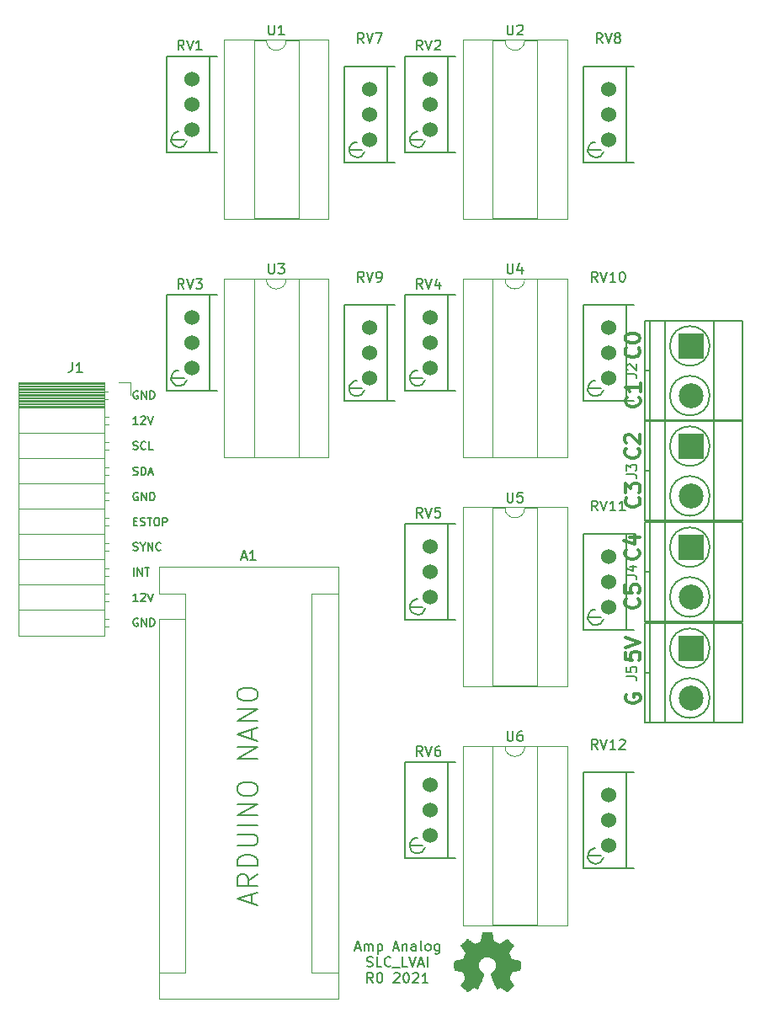
<source format=gbr>
%TF.GenerationSoftware,KiCad,Pcbnew,(6.0.4)*%
%TF.CreationDate,2023-07-24T12:45:13-04:00*%
%TF.ProjectId,BREAD_Slice,42524541-445f-4536-9c69-63652e6b6963,rev?*%
%TF.SameCoordinates,PX74eba40PY8552dc0*%
%TF.FileFunction,Legend,Top*%
%TF.FilePolarity,Positive*%
%FSLAX46Y46*%
G04 Gerber Fmt 4.6, Leading zero omitted, Abs format (unit mm)*
G04 Created by KiCad (PCBNEW (6.0.4)) date 2023-07-24 12:45:13*
%MOMM*%
%LPD*%
G01*
G04 APERTURE LIST*
%ADD10C,0.300000*%
%ADD11C,0.150000*%
%ADD12C,0.120000*%
%ADD13C,0.010000*%
%ADD14R,2.500000X2.500000*%
%ADD15C,2.500000*%
%ADD16C,1.524000*%
G04 APERTURE END LIST*
D10*
X59275714Y60800000D02*
X59347142Y60728572D01*
X59418571Y60514286D01*
X59418571Y60371429D01*
X59347142Y60157143D01*
X59204285Y60014286D01*
X59061428Y59942858D01*
X58775714Y59871429D01*
X58561428Y59871429D01*
X58275714Y59942858D01*
X58132857Y60014286D01*
X57990000Y60157143D01*
X57918571Y60371429D01*
X57918571Y60514286D01*
X57990000Y60728572D01*
X58061428Y60800000D01*
X59418571Y62228572D02*
X59418571Y61371429D01*
X59418571Y61800000D02*
X57918571Y61800000D01*
X58132857Y61657143D01*
X58275714Y61514286D01*
X58347142Y61371429D01*
X57908571Y35164286D02*
X57908571Y34450000D01*
X58622857Y34378572D01*
X58551428Y34450000D01*
X58480000Y34592858D01*
X58480000Y34950000D01*
X58551428Y35092858D01*
X58622857Y35164286D01*
X58765714Y35235715D01*
X59122857Y35235715D01*
X59265714Y35164286D01*
X59337142Y35092858D01*
X59408571Y34950000D01*
X59408571Y34592858D01*
X59337142Y34450000D01*
X59265714Y34378572D01*
X57908571Y35664286D02*
X59408571Y36164286D01*
X57908571Y36664286D01*
X58000000Y30892858D02*
X57928571Y30750000D01*
X57928571Y30535715D01*
X58000000Y30321429D01*
X58142857Y30178572D01*
X58285714Y30107143D01*
X58571428Y30035715D01*
X58785714Y30035715D01*
X59071428Y30107143D01*
X59214285Y30178572D01*
X59357142Y30321429D01*
X59428571Y30535715D01*
X59428571Y30678572D01*
X59357142Y30892858D01*
X59285714Y30964286D01*
X58785714Y30964286D01*
X58785714Y30678572D01*
D11*
X8471428Y42838096D02*
X8471428Y43638096D01*
X8852380Y42838096D02*
X8852380Y43638096D01*
X9309523Y42838096D01*
X9309523Y43638096D01*
X9576190Y43638096D02*
X10033333Y43638096D01*
X9804761Y42838096D02*
X9804761Y43638096D01*
X8890476Y38550000D02*
X8814285Y38588096D01*
X8700000Y38588096D01*
X8585714Y38550000D01*
X8509523Y38473810D01*
X8471428Y38397620D01*
X8433333Y38245239D01*
X8433333Y38130953D01*
X8471428Y37978572D01*
X8509523Y37902381D01*
X8585714Y37826191D01*
X8700000Y37788096D01*
X8776190Y37788096D01*
X8890476Y37826191D01*
X8928571Y37864286D01*
X8928571Y38130953D01*
X8776190Y38130953D01*
X9271428Y37788096D02*
X9271428Y38588096D01*
X9728571Y37788096D01*
X9728571Y38588096D01*
X10109523Y37788096D02*
X10109523Y38588096D01*
X10300000Y38588096D01*
X10414285Y38550000D01*
X10490476Y38473810D01*
X10528571Y38397620D01*
X10566666Y38245239D01*
X10566666Y38130953D01*
X10528571Y37978572D01*
X10490476Y37902381D01*
X10414285Y37826191D01*
X10300000Y37788096D01*
X10109523Y37788096D01*
X8890476Y40288096D02*
X8433334Y40288096D01*
X8661905Y40288096D02*
X8661905Y41088096D01*
X8585715Y40973810D01*
X8509524Y40897620D01*
X8433334Y40859524D01*
X9195238Y41011905D02*
X9233334Y41050000D01*
X9309524Y41088096D01*
X9500000Y41088096D01*
X9576191Y41050000D01*
X9614286Y41011905D01*
X9652381Y40935715D01*
X9652381Y40859524D01*
X9614286Y40745239D01*
X9157143Y40288096D01*
X9652381Y40288096D01*
X9880953Y41088096D02*
X10147619Y40288096D01*
X10414286Y41088096D01*
X8890476Y61400000D02*
X8814285Y61438096D01*
X8700000Y61438096D01*
X8585714Y61400000D01*
X8509523Y61323810D01*
X8471428Y61247620D01*
X8433333Y61095239D01*
X8433333Y60980953D01*
X8471428Y60828572D01*
X8509523Y60752381D01*
X8585714Y60676191D01*
X8700000Y60638096D01*
X8776190Y60638096D01*
X8890476Y60676191D01*
X8928571Y60714286D01*
X8928571Y60980953D01*
X8776190Y60980953D01*
X9271428Y60638096D02*
X9271428Y61438096D01*
X9728571Y60638096D01*
X9728571Y61438096D01*
X10109523Y60638096D02*
X10109523Y61438096D01*
X10300000Y61438096D01*
X10414285Y61400000D01*
X10490476Y61323810D01*
X10528571Y61247620D01*
X10566666Y61095239D01*
X10566666Y60980953D01*
X10528571Y60828572D01*
X10490476Y60752381D01*
X10414285Y60676191D01*
X10300000Y60638096D01*
X10109523Y60638096D01*
X8433334Y55576191D02*
X8547619Y55538096D01*
X8738095Y55538096D01*
X8814286Y55576191D01*
X8852381Y55614286D01*
X8890476Y55690477D01*
X8890476Y55766667D01*
X8852381Y55842858D01*
X8814286Y55880953D01*
X8738095Y55919048D01*
X8585715Y55957143D01*
X8509524Y55995239D01*
X8471429Y56033334D01*
X8433334Y56109524D01*
X8433334Y56185715D01*
X8471429Y56261905D01*
X8509524Y56300000D01*
X8585715Y56338096D01*
X8776191Y56338096D01*
X8890476Y56300000D01*
X9690476Y55614286D02*
X9652381Y55576191D01*
X9538095Y55538096D01*
X9461905Y55538096D01*
X9347619Y55576191D01*
X9271429Y55652381D01*
X9233334Y55728572D01*
X9195238Y55880953D01*
X9195238Y55995239D01*
X9233334Y56147620D01*
X9271429Y56223810D01*
X9347619Y56300000D01*
X9461905Y56338096D01*
X9538095Y56338096D01*
X9652381Y56300000D01*
X9690476Y56261905D01*
X10414286Y55538096D02*
X10033334Y55538096D01*
X10033334Y56338096D01*
X8433333Y45426191D02*
X8547619Y45388096D01*
X8738095Y45388096D01*
X8814286Y45426191D01*
X8852381Y45464286D01*
X8890476Y45540477D01*
X8890476Y45616667D01*
X8852381Y45692858D01*
X8814286Y45730953D01*
X8738095Y45769048D01*
X8585714Y45807143D01*
X8509524Y45845239D01*
X8471429Y45883334D01*
X8433333Y45959524D01*
X8433333Y46035715D01*
X8471429Y46111905D01*
X8509524Y46150000D01*
X8585714Y46188096D01*
X8776190Y46188096D01*
X8890476Y46150000D01*
X9385714Y45769048D02*
X9385714Y45388096D01*
X9119048Y46188096D02*
X9385714Y45769048D01*
X9652381Y46188096D01*
X9919048Y45388096D02*
X9919048Y46188096D01*
X10376190Y45388096D01*
X10376190Y46188096D01*
X11214286Y45464286D02*
X11176190Y45426191D01*
X11061905Y45388096D01*
X10985714Y45388096D01*
X10871429Y45426191D01*
X10795238Y45502381D01*
X10757143Y45578572D01*
X10719048Y45730953D01*
X10719048Y45845239D01*
X10757143Y45997620D01*
X10795238Y46073810D01*
X10871429Y46150000D01*
X10985714Y46188096D01*
X11061905Y46188096D01*
X11176190Y46150000D01*
X11214286Y46111905D01*
D10*
X59255714Y65750000D02*
X59327142Y65678572D01*
X59398571Y65464286D01*
X59398571Y65321429D01*
X59327142Y65107143D01*
X59184285Y64964286D01*
X59041428Y64892858D01*
X58755714Y64821429D01*
X58541428Y64821429D01*
X58255714Y64892858D01*
X58112857Y64964286D01*
X57970000Y65107143D01*
X57898571Y65321429D01*
X57898571Y65464286D01*
X57970000Y65678572D01*
X58041428Y65750000D01*
X57898571Y66678572D02*
X57898571Y66821429D01*
X57970000Y66964286D01*
X58041428Y67035715D01*
X58184285Y67107143D01*
X58470000Y67178572D01*
X58827142Y67178572D01*
X59112857Y67107143D01*
X59255714Y67035715D01*
X59327142Y66964286D01*
X59398571Y66821429D01*
X59398571Y66678572D01*
X59327142Y66535715D01*
X59255714Y66464286D01*
X59112857Y66392858D01*
X58827142Y66321429D01*
X58470000Y66321429D01*
X58184285Y66392858D01*
X58041428Y66464286D01*
X57970000Y66535715D01*
X57898571Y66678572D01*
X59245714Y55650000D02*
X59317142Y55578572D01*
X59388571Y55364286D01*
X59388571Y55221429D01*
X59317142Y55007143D01*
X59174285Y54864286D01*
X59031428Y54792858D01*
X58745714Y54721429D01*
X58531428Y54721429D01*
X58245714Y54792858D01*
X58102857Y54864286D01*
X57960000Y55007143D01*
X57888571Y55221429D01*
X57888571Y55364286D01*
X57960000Y55578572D01*
X58031428Y55650000D01*
X58031428Y56221429D02*
X57960000Y56292858D01*
X57888571Y56435715D01*
X57888571Y56792858D01*
X57960000Y56935715D01*
X58031428Y57007143D01*
X58174285Y57078572D01*
X58317142Y57078572D01*
X58531428Y57007143D01*
X59388571Y56150000D01*
X59388571Y57078572D01*
D11*
X8433333Y53026191D02*
X8547619Y52988096D01*
X8738095Y52988096D01*
X8814285Y53026191D01*
X8852381Y53064286D01*
X8890476Y53140477D01*
X8890476Y53216667D01*
X8852381Y53292858D01*
X8814285Y53330953D01*
X8738095Y53369048D01*
X8585714Y53407143D01*
X8509523Y53445239D01*
X8471428Y53483334D01*
X8433333Y53559524D01*
X8433333Y53635715D01*
X8471428Y53711905D01*
X8509523Y53750000D01*
X8585714Y53788096D01*
X8776190Y53788096D01*
X8890476Y53750000D01*
X9233333Y52988096D02*
X9233333Y53788096D01*
X9423809Y53788096D01*
X9538095Y53750000D01*
X9614285Y53673810D01*
X9652381Y53597620D01*
X9690476Y53445239D01*
X9690476Y53330953D01*
X9652381Y53178572D01*
X9614285Y53102381D01*
X9538095Y53026191D01*
X9423809Y52988096D01*
X9233333Y52988096D01*
X9995238Y53216667D02*
X10376190Y53216667D01*
X9919047Y52988096D02*
X10185714Y53788096D01*
X10452381Y52988096D01*
D10*
X59235714Y40530000D02*
X59307142Y40458572D01*
X59378571Y40244286D01*
X59378571Y40101429D01*
X59307142Y39887143D01*
X59164285Y39744286D01*
X59021428Y39672858D01*
X58735714Y39601429D01*
X58521428Y39601429D01*
X58235714Y39672858D01*
X58092857Y39744286D01*
X57950000Y39887143D01*
X57878571Y40101429D01*
X57878571Y40244286D01*
X57950000Y40458572D01*
X58021428Y40530000D01*
X57878571Y41887143D02*
X57878571Y41172858D01*
X58592857Y41101429D01*
X58521428Y41172858D01*
X58450000Y41315715D01*
X58450000Y41672858D01*
X58521428Y41815715D01*
X58592857Y41887143D01*
X58735714Y41958572D01*
X59092857Y41958572D01*
X59235714Y41887143D01*
X59307142Y41815715D01*
X59378571Y41672858D01*
X59378571Y41315715D01*
X59307142Y41172858D01*
X59235714Y41101429D01*
D11*
X20343333Y9892858D02*
X20343333Y10845239D01*
X20914761Y9702381D02*
X18914761Y10369048D01*
X20914761Y11035715D01*
X20914761Y12845239D02*
X19962380Y12178572D01*
X20914761Y11702381D02*
X18914761Y11702381D01*
X18914761Y12464286D01*
X19010000Y12654762D01*
X19105238Y12750000D01*
X19295714Y12845239D01*
X19581428Y12845239D01*
X19771904Y12750000D01*
X19867142Y12654762D01*
X19962380Y12464286D01*
X19962380Y11702381D01*
X20914761Y13702381D02*
X18914761Y13702381D01*
X18914761Y14178572D01*
X19010000Y14464286D01*
X19200476Y14654762D01*
X19390952Y14750000D01*
X19771904Y14845239D01*
X20057619Y14845239D01*
X20438571Y14750000D01*
X20629047Y14654762D01*
X20819523Y14464286D01*
X20914761Y14178572D01*
X20914761Y13702381D01*
X18914761Y15702381D02*
X20533809Y15702381D01*
X20724285Y15797620D01*
X20819523Y15892858D01*
X20914761Y16083334D01*
X20914761Y16464286D01*
X20819523Y16654762D01*
X20724285Y16750000D01*
X20533809Y16845239D01*
X18914761Y16845239D01*
X20914761Y17797620D02*
X18914761Y17797620D01*
X20914761Y18750000D02*
X18914761Y18750000D01*
X20914761Y19892858D01*
X18914761Y19892858D01*
X18914761Y21226191D02*
X18914761Y21607143D01*
X19010000Y21797620D01*
X19200476Y21988096D01*
X19581428Y22083334D01*
X20248095Y22083334D01*
X20629047Y21988096D01*
X20819523Y21797620D01*
X20914761Y21607143D01*
X20914761Y21226191D01*
X20819523Y21035715D01*
X20629047Y20845239D01*
X20248095Y20750000D01*
X19581428Y20750000D01*
X19200476Y20845239D01*
X19010000Y21035715D01*
X18914761Y21226191D01*
X20914761Y24464286D02*
X18914761Y24464286D01*
X20914761Y25607143D01*
X18914761Y25607143D01*
X20343333Y26464286D02*
X20343333Y27416667D01*
X20914761Y26273810D02*
X18914761Y26940477D01*
X20914761Y27607143D01*
X20914761Y28273810D02*
X18914761Y28273810D01*
X20914761Y29416667D01*
X18914761Y29416667D01*
X18914761Y30750000D02*
X18914761Y31130953D01*
X19010000Y31321429D01*
X19200476Y31511905D01*
X19581428Y31607143D01*
X20248095Y31607143D01*
X20629047Y31511905D01*
X20819523Y31321429D01*
X20914761Y31130953D01*
X20914761Y30750000D01*
X20819523Y30559524D01*
X20629047Y30369048D01*
X20248095Y30273810D01*
X19581428Y30273810D01*
X19200476Y30369048D01*
X19010000Y30559524D01*
X18914761Y30750000D01*
X30761903Y5443334D02*
X31238094Y5443334D01*
X30666665Y5157620D02*
X30999999Y6157620D01*
X31333332Y5157620D01*
X31666665Y5157620D02*
X31666665Y5824286D01*
X31666665Y5729048D02*
X31714284Y5776667D01*
X31809522Y5824286D01*
X31952379Y5824286D01*
X32047618Y5776667D01*
X32095237Y5681429D01*
X32095237Y5157620D01*
X32095237Y5681429D02*
X32142856Y5776667D01*
X32238094Y5824286D01*
X32380951Y5824286D01*
X32476189Y5776667D01*
X32523808Y5681429D01*
X32523808Y5157620D01*
X32999999Y5824286D02*
X32999999Y4824286D01*
X32999999Y5776667D02*
X33095237Y5824286D01*
X33285713Y5824286D01*
X33380951Y5776667D01*
X33428570Y5729048D01*
X33476189Y5633810D01*
X33476189Y5348096D01*
X33428570Y5252858D01*
X33380951Y5205239D01*
X33285713Y5157620D01*
X33095237Y5157620D01*
X32999999Y5205239D01*
X34619046Y5443334D02*
X35095237Y5443334D01*
X34523808Y5157620D02*
X34857141Y6157620D01*
X35190475Y5157620D01*
X35523808Y5824286D02*
X35523808Y5157620D01*
X35523808Y5729048D02*
X35571427Y5776667D01*
X35666665Y5824286D01*
X35809522Y5824286D01*
X35904760Y5776667D01*
X35952379Y5681429D01*
X35952379Y5157620D01*
X36857141Y5157620D02*
X36857141Y5681429D01*
X36809522Y5776667D01*
X36714284Y5824286D01*
X36523808Y5824286D01*
X36428570Y5776667D01*
X36857141Y5205239D02*
X36761903Y5157620D01*
X36523808Y5157620D01*
X36428570Y5205239D01*
X36380951Y5300477D01*
X36380951Y5395715D01*
X36428570Y5490953D01*
X36523808Y5538572D01*
X36761903Y5538572D01*
X36857141Y5586191D01*
X37476189Y5157620D02*
X37380951Y5205239D01*
X37333332Y5300477D01*
X37333332Y6157620D01*
X37999999Y5157620D02*
X37904760Y5205239D01*
X37857141Y5252858D01*
X37809522Y5348096D01*
X37809522Y5633810D01*
X37857141Y5729048D01*
X37904760Y5776667D01*
X37999999Y5824286D01*
X38142856Y5824286D01*
X38238094Y5776667D01*
X38285713Y5729048D01*
X38333332Y5633810D01*
X38333332Y5348096D01*
X38285713Y5252858D01*
X38238094Y5205239D01*
X38142856Y5157620D01*
X37999999Y5157620D01*
X39190475Y5824286D02*
X39190475Y5014762D01*
X39142856Y4919524D01*
X39095237Y4871905D01*
X38999999Y4824286D01*
X38857141Y4824286D01*
X38761903Y4871905D01*
X39190475Y5205239D02*
X39095237Y5157620D01*
X38904760Y5157620D01*
X38809522Y5205239D01*
X38761903Y5252858D01*
X38714284Y5348096D01*
X38714284Y5633810D01*
X38761903Y5729048D01*
X38809522Y5776667D01*
X38904760Y5824286D01*
X39095237Y5824286D01*
X39190475Y5776667D01*
X31928570Y3595239D02*
X32071427Y3547620D01*
X32309522Y3547620D01*
X32404760Y3595239D01*
X32452379Y3642858D01*
X32499999Y3738096D01*
X32499999Y3833334D01*
X32452379Y3928572D01*
X32404760Y3976191D01*
X32309522Y4023810D01*
X32119046Y4071429D01*
X32023808Y4119048D01*
X31976189Y4166667D01*
X31928570Y4261905D01*
X31928570Y4357143D01*
X31976189Y4452381D01*
X32023808Y4500000D01*
X32119046Y4547620D01*
X32357141Y4547620D01*
X32499999Y4500000D01*
X33404760Y3547620D02*
X32928570Y3547620D01*
X32928570Y4547620D01*
X34309522Y3642858D02*
X34261903Y3595239D01*
X34119046Y3547620D01*
X34023808Y3547620D01*
X33880951Y3595239D01*
X33785713Y3690477D01*
X33738094Y3785715D01*
X33690475Y3976191D01*
X33690475Y4119048D01*
X33738094Y4309524D01*
X33785713Y4404762D01*
X33880951Y4500000D01*
X34023808Y4547620D01*
X34119046Y4547620D01*
X34261903Y4500000D01*
X34309522Y4452381D01*
X34499999Y3452381D02*
X35261903Y3452381D01*
X35976189Y3547620D02*
X35499999Y3547620D01*
X35499999Y4547620D01*
X36166665Y4547620D02*
X36499999Y3547620D01*
X36833332Y4547620D01*
X37119046Y3833334D02*
X37595237Y3833334D01*
X37023808Y3547620D02*
X37357141Y4547620D01*
X37690475Y3547620D01*
X38023808Y3547620D02*
X38023808Y4547620D01*
X32547618Y1937620D02*
X32214284Y2413810D01*
X31976189Y1937620D02*
X31976189Y2937620D01*
X32357141Y2937620D01*
X32452379Y2890000D01*
X32499999Y2842381D01*
X32547618Y2747143D01*
X32547618Y2604286D01*
X32499999Y2509048D01*
X32452379Y2461429D01*
X32357141Y2413810D01*
X31976189Y2413810D01*
X33166665Y2937620D02*
X33261903Y2937620D01*
X33357141Y2890000D01*
X33404760Y2842381D01*
X33452379Y2747143D01*
X33499999Y2556667D01*
X33499999Y2318572D01*
X33452379Y2128096D01*
X33404760Y2032858D01*
X33357141Y1985239D01*
X33261903Y1937620D01*
X33166665Y1937620D01*
X33071427Y1985239D01*
X33023808Y2032858D01*
X32976189Y2128096D01*
X32928570Y2318572D01*
X32928570Y2556667D01*
X32976189Y2747143D01*
X33023808Y2842381D01*
X33071427Y2890000D01*
X33166665Y2937620D01*
X34642856Y2842381D02*
X34690475Y2890000D01*
X34785713Y2937620D01*
X35023808Y2937620D01*
X35119046Y2890000D01*
X35166665Y2842381D01*
X35214284Y2747143D01*
X35214284Y2651905D01*
X35166665Y2509048D01*
X34595237Y1937620D01*
X35214284Y1937620D01*
X35833332Y2937620D02*
X35928570Y2937620D01*
X36023808Y2890000D01*
X36071427Y2842381D01*
X36119046Y2747143D01*
X36166665Y2556667D01*
X36166665Y2318572D01*
X36119046Y2128096D01*
X36071427Y2032858D01*
X36023808Y1985239D01*
X35928570Y1937620D01*
X35833332Y1937620D01*
X35738094Y1985239D01*
X35690475Y2032858D01*
X35642856Y2128096D01*
X35595237Y2318572D01*
X35595237Y2556667D01*
X35642856Y2747143D01*
X35690475Y2842381D01*
X35738094Y2890000D01*
X35833332Y2937620D01*
X36547618Y2842381D02*
X36595237Y2890000D01*
X36690475Y2937620D01*
X36928570Y2937620D01*
X37023808Y2890000D01*
X37071427Y2842381D01*
X37119046Y2747143D01*
X37119046Y2651905D01*
X37071427Y2509048D01*
X36499999Y1937620D01*
X37119046Y1937620D01*
X38071427Y1937620D02*
X37499999Y1937620D01*
X37785713Y1937620D02*
X37785713Y2937620D01*
X37690475Y2794762D01*
X37595237Y2699524D01*
X37499999Y2651905D01*
X8471428Y48307143D02*
X8738095Y48307143D01*
X8852380Y47888096D02*
X8471428Y47888096D01*
X8471428Y48688096D01*
X8852380Y48688096D01*
X9157142Y47926191D02*
X9271428Y47888096D01*
X9461904Y47888096D01*
X9538095Y47926191D01*
X9576190Y47964286D01*
X9614285Y48040477D01*
X9614285Y48116667D01*
X9576190Y48192858D01*
X9538095Y48230953D01*
X9461904Y48269048D01*
X9309523Y48307143D01*
X9233333Y48345239D01*
X9195238Y48383334D01*
X9157142Y48459524D01*
X9157142Y48535715D01*
X9195238Y48611905D01*
X9233333Y48650000D01*
X9309523Y48688096D01*
X9499999Y48688096D01*
X9614285Y48650000D01*
X9842857Y48688096D02*
X10299999Y48688096D01*
X10071428Y47888096D02*
X10071428Y48688096D01*
X10719047Y48688096D02*
X10871428Y48688096D01*
X10947619Y48650000D01*
X11023809Y48573810D01*
X11061904Y48421429D01*
X11061904Y48154762D01*
X11023809Y48002381D01*
X10947619Y47926191D01*
X10871428Y47888096D01*
X10719047Y47888096D01*
X10642857Y47926191D01*
X10566666Y48002381D01*
X10528571Y48154762D01*
X10528571Y48421429D01*
X10566666Y48573810D01*
X10642857Y48650000D01*
X10719047Y48688096D01*
X11404761Y47888096D02*
X11404761Y48688096D01*
X11709523Y48688096D01*
X11785714Y48650000D01*
X11823809Y48611905D01*
X11861904Y48535715D01*
X11861904Y48421429D01*
X11823809Y48345239D01*
X11785714Y48307143D01*
X11709523Y48269048D01*
X11404761Y48269048D01*
D10*
X59265714Y50700000D02*
X59337142Y50628572D01*
X59408571Y50414286D01*
X59408571Y50271429D01*
X59337142Y50057143D01*
X59194285Y49914286D01*
X59051428Y49842858D01*
X58765714Y49771429D01*
X58551428Y49771429D01*
X58265714Y49842858D01*
X58122857Y49914286D01*
X57980000Y50057143D01*
X57908571Y50271429D01*
X57908571Y50414286D01*
X57980000Y50628572D01*
X58051428Y50700000D01*
X57908571Y51200000D02*
X57908571Y52128572D01*
X58480000Y51628572D01*
X58480000Y51842858D01*
X58551428Y51985715D01*
X58622857Y52057143D01*
X58765714Y52128572D01*
X59122857Y52128572D01*
X59265714Y52057143D01*
X59337142Y51985715D01*
X59408571Y51842858D01*
X59408571Y51414286D01*
X59337142Y51271429D01*
X59265714Y51200000D01*
X59215714Y45480000D02*
X59287142Y45408572D01*
X59358571Y45194286D01*
X59358571Y45051429D01*
X59287142Y44837143D01*
X59144285Y44694286D01*
X59001428Y44622858D01*
X58715714Y44551429D01*
X58501428Y44551429D01*
X58215714Y44622858D01*
X58072857Y44694286D01*
X57930000Y44837143D01*
X57858571Y45051429D01*
X57858571Y45194286D01*
X57930000Y45408572D01*
X58001428Y45480000D01*
X58358571Y46765715D02*
X59358571Y46765715D01*
X57787142Y46408572D02*
X58858571Y46051429D01*
X58858571Y46980000D01*
D11*
X8890476Y51200000D02*
X8814285Y51238096D01*
X8700000Y51238096D01*
X8585714Y51200000D01*
X8509523Y51123810D01*
X8471428Y51047620D01*
X8433333Y50895239D01*
X8433333Y50780953D01*
X8471428Y50628572D01*
X8509523Y50552381D01*
X8585714Y50476191D01*
X8700000Y50438096D01*
X8776190Y50438096D01*
X8890476Y50476191D01*
X8928571Y50514286D01*
X8928571Y50780953D01*
X8776190Y50780953D01*
X9271428Y50438096D02*
X9271428Y51238096D01*
X9728571Y50438096D01*
X9728571Y51238096D01*
X10109523Y50438096D02*
X10109523Y51238096D01*
X10300000Y51238096D01*
X10414285Y51200000D01*
X10490476Y51123810D01*
X10528571Y51047620D01*
X10566666Y50895239D01*
X10566666Y50780953D01*
X10528571Y50628572D01*
X10490476Y50552381D01*
X10414285Y50476191D01*
X10300000Y50438096D01*
X10109523Y50438096D01*
X8890476Y58088096D02*
X8433334Y58088096D01*
X8661905Y58088096D02*
X8661905Y58888096D01*
X8585715Y58773810D01*
X8509524Y58697620D01*
X8433334Y58659524D01*
X9195238Y58811905D02*
X9233334Y58850000D01*
X9309524Y58888096D01*
X9500000Y58888096D01*
X9576191Y58850000D01*
X9614286Y58811905D01*
X9652381Y58735715D01*
X9652381Y58659524D01*
X9614286Y58545239D01*
X9157143Y58088096D01*
X9652381Y58088096D01*
X9880953Y58888096D02*
X10147619Y58088096D01*
X10414286Y58888096D01*
%TO.C,A1*%
X19305714Y44713334D02*
X19781904Y44713334D01*
X19210476Y44427620D02*
X19543809Y45427620D01*
X19877142Y44427620D01*
X20734285Y44427620D02*
X20162857Y44427620D01*
X20448571Y44427620D02*
X20448571Y45427620D01*
X20353333Y45284762D01*
X20258095Y45189524D01*
X20162857Y45141905D01*
%TO.C,J1*%
X2286666Y64317620D02*
X2286666Y63603334D01*
X2239047Y63460477D01*
X2143809Y63365239D01*
X2000952Y63317620D01*
X1905714Y63317620D01*
X3286666Y63317620D02*
X2715238Y63317620D01*
X3000952Y63317620D02*
X3000952Y64317620D01*
X2905714Y64174762D01*
X2810476Y64079524D01*
X2715238Y64031905D01*
%TO.C,J2*%
X58052380Y63126667D02*
X58766666Y63126667D01*
X58909523Y63079048D01*
X59004761Y62983810D01*
X59052380Y62840953D01*
X59052380Y62745715D01*
X58147619Y63555239D02*
X58100000Y63602858D01*
X58052380Y63698096D01*
X58052380Y63936191D01*
X58100000Y64031429D01*
X58147619Y64079048D01*
X58242857Y64126667D01*
X58338095Y64126667D01*
X58480952Y64079048D01*
X59052380Y63507620D01*
X59052380Y64126667D01*
%TO.C,J3*%
X58052380Y53046667D02*
X58766666Y53046667D01*
X58909523Y52999048D01*
X59004761Y52903810D01*
X59052380Y52760953D01*
X59052380Y52665715D01*
X58052380Y53427620D02*
X58052380Y54046667D01*
X58433333Y53713334D01*
X58433333Y53856191D01*
X58480952Y53951429D01*
X58528571Y53999048D01*
X58623809Y54046667D01*
X58861904Y54046667D01*
X58957142Y53999048D01*
X59004761Y53951429D01*
X59052380Y53856191D01*
X59052380Y53570477D01*
X59004761Y53475239D01*
X58957142Y53427620D01*
%TO.C,J4*%
X58052380Y42886667D02*
X58766666Y42886667D01*
X58909523Y42839048D01*
X59004761Y42743810D01*
X59052380Y42600953D01*
X59052380Y42505715D01*
X58385714Y43791429D02*
X59052380Y43791429D01*
X58004761Y43553334D02*
X58719047Y43315239D01*
X58719047Y43934286D01*
%TO.C,J5*%
X58052380Y32726667D02*
X58766666Y32726667D01*
X58909523Y32679048D01*
X59004761Y32583810D01*
X59052380Y32440953D01*
X59052380Y32345715D01*
X58052380Y33679048D02*
X58052380Y33202858D01*
X58528571Y33155239D01*
X58480952Y33202858D01*
X58433333Y33298096D01*
X58433333Y33536191D01*
X58480952Y33631429D01*
X58528571Y33679048D01*
X58623809Y33726667D01*
X58861904Y33726667D01*
X58957142Y33679048D01*
X59004761Y33631429D01*
X59052380Y33536191D01*
X59052380Y33298096D01*
X59004761Y33202858D01*
X58957142Y33155239D01*
%TO.C,RV1*%
X13524761Y95707620D02*
X13191428Y96183810D01*
X12953333Y95707620D02*
X12953333Y96707620D01*
X13334285Y96707620D01*
X13429523Y96660000D01*
X13477142Y96612381D01*
X13524761Y96517143D01*
X13524761Y96374286D01*
X13477142Y96279048D01*
X13429523Y96231429D01*
X13334285Y96183810D01*
X12953333Y96183810D01*
X13810476Y96707620D02*
X14143809Y95707620D01*
X14477142Y96707620D01*
X15334285Y95707620D02*
X14762857Y95707620D01*
X15048571Y95707620D02*
X15048571Y96707620D01*
X14953333Y96564762D01*
X14858095Y96469524D01*
X14762857Y96421905D01*
%TO.C,RV7*%
X31614761Y96407620D02*
X31281428Y96883810D01*
X31043333Y96407620D02*
X31043333Y97407620D01*
X31424285Y97407620D01*
X31519523Y97360000D01*
X31567142Y97312381D01*
X31614761Y97217143D01*
X31614761Y97074286D01*
X31567142Y96979048D01*
X31519523Y96931429D01*
X31424285Y96883810D01*
X31043333Y96883810D01*
X31900476Y97407620D02*
X32233809Y96407620D01*
X32567142Y97407620D01*
X32805238Y97407620D02*
X33471904Y97407620D01*
X33043333Y96407620D01*
%TO.C,U1*%
X22048095Y98237620D02*
X22048095Y97428096D01*
X22095714Y97332858D01*
X22143333Y97285239D01*
X22238571Y97237620D01*
X22429047Y97237620D01*
X22524285Y97285239D01*
X22571904Y97332858D01*
X22619523Y97428096D01*
X22619523Y98237620D01*
X23619523Y97237620D02*
X23048095Y97237620D01*
X23333809Y97237620D02*
X23333809Y98237620D01*
X23238571Y98094762D01*
X23143333Y97999524D01*
X23048095Y97951905D01*
%TO.C,RV2*%
X37524761Y95707620D02*
X37191428Y96183810D01*
X36953333Y95707620D02*
X36953333Y96707620D01*
X37334285Y96707620D01*
X37429523Y96660000D01*
X37477142Y96612381D01*
X37524761Y96517143D01*
X37524761Y96374286D01*
X37477142Y96279048D01*
X37429523Y96231429D01*
X37334285Y96183810D01*
X36953333Y96183810D01*
X37810476Y96707620D02*
X38143809Y95707620D01*
X38477142Y96707620D01*
X38762857Y96612381D02*
X38810476Y96660000D01*
X38905714Y96707620D01*
X39143809Y96707620D01*
X39239047Y96660000D01*
X39286666Y96612381D01*
X39334285Y96517143D01*
X39334285Y96421905D01*
X39286666Y96279048D01*
X38715238Y95707620D01*
X39334285Y95707620D01*
%TO.C,RV8*%
X55614761Y96407620D02*
X55281428Y96883810D01*
X55043333Y96407620D02*
X55043333Y97407620D01*
X55424285Y97407620D01*
X55519523Y97360000D01*
X55567142Y97312381D01*
X55614761Y97217143D01*
X55614761Y97074286D01*
X55567142Y96979048D01*
X55519523Y96931429D01*
X55424285Y96883810D01*
X55043333Y96883810D01*
X55900476Y97407620D02*
X56233809Y96407620D01*
X56567142Y97407620D01*
X57043333Y96979048D02*
X56948095Y97026667D01*
X56900476Y97074286D01*
X56852857Y97169524D01*
X56852857Y97217143D01*
X56900476Y97312381D01*
X56948095Y97360000D01*
X57043333Y97407620D01*
X57233809Y97407620D01*
X57329047Y97360000D01*
X57376666Y97312381D01*
X57424285Y97217143D01*
X57424285Y97169524D01*
X57376666Y97074286D01*
X57329047Y97026667D01*
X57233809Y96979048D01*
X57043333Y96979048D01*
X56948095Y96931429D01*
X56900476Y96883810D01*
X56852857Y96788572D01*
X56852857Y96598096D01*
X56900476Y96502858D01*
X56948095Y96455239D01*
X57043333Y96407620D01*
X57233809Y96407620D01*
X57329047Y96455239D01*
X57376666Y96502858D01*
X57424285Y96598096D01*
X57424285Y96788572D01*
X57376666Y96883810D01*
X57329047Y96931429D01*
X57233809Y96979048D01*
%TO.C,U2*%
X46048095Y98237620D02*
X46048095Y97428096D01*
X46095714Y97332858D01*
X46143333Y97285239D01*
X46238571Y97237620D01*
X46429047Y97237620D01*
X46524285Y97285239D01*
X46571904Y97332858D01*
X46619523Y97428096D01*
X46619523Y98237620D01*
X47048095Y98142381D02*
X47095714Y98190000D01*
X47190952Y98237620D01*
X47429047Y98237620D01*
X47524285Y98190000D01*
X47571904Y98142381D01*
X47619523Y98047143D01*
X47619523Y97951905D01*
X47571904Y97809048D01*
X47000476Y97237620D01*
X47619523Y97237620D01*
%TO.C,RV3*%
X13524761Y71707620D02*
X13191428Y72183810D01*
X12953333Y71707620D02*
X12953333Y72707620D01*
X13334285Y72707620D01*
X13429523Y72660000D01*
X13477142Y72612381D01*
X13524761Y72517143D01*
X13524761Y72374286D01*
X13477142Y72279048D01*
X13429523Y72231429D01*
X13334285Y72183810D01*
X12953333Y72183810D01*
X13810476Y72707620D02*
X14143809Y71707620D01*
X14477142Y72707620D01*
X14715238Y72707620D02*
X15334285Y72707620D01*
X15000952Y72326667D01*
X15143809Y72326667D01*
X15239047Y72279048D01*
X15286666Y72231429D01*
X15334285Y72136191D01*
X15334285Y71898096D01*
X15286666Y71802858D01*
X15239047Y71755239D01*
X15143809Y71707620D01*
X14858095Y71707620D01*
X14762857Y71755239D01*
X14715238Y71802858D01*
%TO.C,RV9*%
X31614761Y72407620D02*
X31281428Y72883810D01*
X31043333Y72407620D02*
X31043333Y73407620D01*
X31424285Y73407620D01*
X31519523Y73360000D01*
X31567142Y73312381D01*
X31614761Y73217143D01*
X31614761Y73074286D01*
X31567142Y72979048D01*
X31519523Y72931429D01*
X31424285Y72883810D01*
X31043333Y72883810D01*
X31900476Y73407620D02*
X32233809Y72407620D01*
X32567142Y73407620D01*
X32948095Y72407620D02*
X33138571Y72407620D01*
X33233809Y72455239D01*
X33281428Y72502858D01*
X33376666Y72645715D01*
X33424285Y72836191D01*
X33424285Y73217143D01*
X33376666Y73312381D01*
X33329047Y73360000D01*
X33233809Y73407620D01*
X33043333Y73407620D01*
X32948095Y73360000D01*
X32900476Y73312381D01*
X32852857Y73217143D01*
X32852857Y72979048D01*
X32900476Y72883810D01*
X32948095Y72836191D01*
X33043333Y72788572D01*
X33233809Y72788572D01*
X33329047Y72836191D01*
X33376666Y72883810D01*
X33424285Y72979048D01*
%TO.C,U3*%
X22048095Y74237620D02*
X22048095Y73428096D01*
X22095714Y73332858D01*
X22143333Y73285239D01*
X22238571Y73237620D01*
X22429047Y73237620D01*
X22524285Y73285239D01*
X22571904Y73332858D01*
X22619523Y73428096D01*
X22619523Y74237620D01*
X23000476Y74237620D02*
X23619523Y74237620D01*
X23286190Y73856667D01*
X23429047Y73856667D01*
X23524285Y73809048D01*
X23571904Y73761429D01*
X23619523Y73666191D01*
X23619523Y73428096D01*
X23571904Y73332858D01*
X23524285Y73285239D01*
X23429047Y73237620D01*
X23143333Y73237620D01*
X23048095Y73285239D01*
X23000476Y73332858D01*
%TO.C,RV4*%
X37524761Y71707620D02*
X37191428Y72183810D01*
X36953333Y71707620D02*
X36953333Y72707620D01*
X37334285Y72707620D01*
X37429523Y72660000D01*
X37477142Y72612381D01*
X37524761Y72517143D01*
X37524761Y72374286D01*
X37477142Y72279048D01*
X37429523Y72231429D01*
X37334285Y72183810D01*
X36953333Y72183810D01*
X37810476Y72707620D02*
X38143809Y71707620D01*
X38477142Y72707620D01*
X39239047Y72374286D02*
X39239047Y71707620D01*
X39000952Y72755239D02*
X38762857Y72040953D01*
X39381904Y72040953D01*
%TO.C,RV10*%
X55138571Y72407620D02*
X54805238Y72883810D01*
X54567142Y72407620D02*
X54567142Y73407620D01*
X54948095Y73407620D01*
X55043333Y73360000D01*
X55090952Y73312381D01*
X55138571Y73217143D01*
X55138571Y73074286D01*
X55090952Y72979048D01*
X55043333Y72931429D01*
X54948095Y72883810D01*
X54567142Y72883810D01*
X55424285Y73407620D02*
X55757619Y72407620D01*
X56090952Y73407620D01*
X56948095Y72407620D02*
X56376666Y72407620D01*
X56662380Y72407620D02*
X56662380Y73407620D01*
X56567142Y73264762D01*
X56471904Y73169524D01*
X56376666Y73121905D01*
X57567142Y73407620D02*
X57662380Y73407620D01*
X57757619Y73360000D01*
X57805238Y73312381D01*
X57852857Y73217143D01*
X57900476Y73026667D01*
X57900476Y72788572D01*
X57852857Y72598096D01*
X57805238Y72502858D01*
X57757619Y72455239D01*
X57662380Y72407620D01*
X57567142Y72407620D01*
X57471904Y72455239D01*
X57424285Y72502858D01*
X57376666Y72598096D01*
X57329047Y72788572D01*
X57329047Y73026667D01*
X57376666Y73217143D01*
X57424285Y73312381D01*
X57471904Y73360000D01*
X57567142Y73407620D01*
%TO.C,U4*%
X46048095Y74237620D02*
X46048095Y73428096D01*
X46095714Y73332858D01*
X46143333Y73285239D01*
X46238571Y73237620D01*
X46429047Y73237620D01*
X46524285Y73285239D01*
X46571904Y73332858D01*
X46619523Y73428096D01*
X46619523Y74237620D01*
X47524285Y73904286D02*
X47524285Y73237620D01*
X47286190Y74285239D02*
X47048095Y73570953D01*
X47667142Y73570953D01*
%TO.C,RV5*%
X37524761Y48707620D02*
X37191428Y49183810D01*
X36953333Y48707620D02*
X36953333Y49707620D01*
X37334285Y49707620D01*
X37429523Y49660000D01*
X37477142Y49612381D01*
X37524761Y49517143D01*
X37524761Y49374286D01*
X37477142Y49279048D01*
X37429523Y49231429D01*
X37334285Y49183810D01*
X36953333Y49183810D01*
X37810476Y49707620D02*
X38143809Y48707620D01*
X38477142Y49707620D01*
X39286666Y49707620D02*
X38810476Y49707620D01*
X38762857Y49231429D01*
X38810476Y49279048D01*
X38905714Y49326667D01*
X39143809Y49326667D01*
X39239047Y49279048D01*
X39286666Y49231429D01*
X39334285Y49136191D01*
X39334285Y48898096D01*
X39286666Y48802858D01*
X39239047Y48755239D01*
X39143809Y48707620D01*
X38905714Y48707620D01*
X38810476Y48755239D01*
X38762857Y48802858D01*
%TO.C,RV11*%
X55138571Y49407620D02*
X54805238Y49883810D01*
X54567142Y49407620D02*
X54567142Y50407620D01*
X54948095Y50407620D01*
X55043333Y50360000D01*
X55090952Y50312381D01*
X55138571Y50217143D01*
X55138571Y50074286D01*
X55090952Y49979048D01*
X55043333Y49931429D01*
X54948095Y49883810D01*
X54567142Y49883810D01*
X55424285Y50407620D02*
X55757619Y49407620D01*
X56090952Y50407620D01*
X56948095Y49407620D02*
X56376666Y49407620D01*
X56662380Y49407620D02*
X56662380Y50407620D01*
X56567142Y50264762D01*
X56471904Y50169524D01*
X56376666Y50121905D01*
X57900476Y49407620D02*
X57329047Y49407620D01*
X57614761Y49407620D02*
X57614761Y50407620D01*
X57519523Y50264762D01*
X57424285Y50169524D01*
X57329047Y50121905D01*
%TO.C,U5*%
X46048095Y51237620D02*
X46048095Y50428096D01*
X46095714Y50332858D01*
X46143333Y50285239D01*
X46238571Y50237620D01*
X46429047Y50237620D01*
X46524285Y50285239D01*
X46571904Y50332858D01*
X46619523Y50428096D01*
X46619523Y51237620D01*
X47571904Y51237620D02*
X47095714Y51237620D01*
X47048095Y50761429D01*
X47095714Y50809048D01*
X47190952Y50856667D01*
X47429047Y50856667D01*
X47524285Y50809048D01*
X47571904Y50761429D01*
X47619523Y50666191D01*
X47619523Y50428096D01*
X47571904Y50332858D01*
X47524285Y50285239D01*
X47429047Y50237620D01*
X47190952Y50237620D01*
X47095714Y50285239D01*
X47048095Y50332858D01*
%TO.C,RV6*%
X37524761Y24707620D02*
X37191428Y25183810D01*
X36953333Y24707620D02*
X36953333Y25707620D01*
X37334285Y25707620D01*
X37429523Y25660000D01*
X37477142Y25612381D01*
X37524761Y25517143D01*
X37524761Y25374286D01*
X37477142Y25279048D01*
X37429523Y25231429D01*
X37334285Y25183810D01*
X36953333Y25183810D01*
X37810476Y25707620D02*
X38143809Y24707620D01*
X38477142Y25707620D01*
X39239047Y25707620D02*
X39048571Y25707620D01*
X38953333Y25660000D01*
X38905714Y25612381D01*
X38810476Y25469524D01*
X38762857Y25279048D01*
X38762857Y24898096D01*
X38810476Y24802858D01*
X38858095Y24755239D01*
X38953333Y24707620D01*
X39143809Y24707620D01*
X39239047Y24755239D01*
X39286666Y24802858D01*
X39334285Y24898096D01*
X39334285Y25136191D01*
X39286666Y25231429D01*
X39239047Y25279048D01*
X39143809Y25326667D01*
X38953333Y25326667D01*
X38858095Y25279048D01*
X38810476Y25231429D01*
X38762857Y25136191D01*
%TO.C,RV12*%
X55138571Y25407620D02*
X54805238Y25883810D01*
X54567142Y25407620D02*
X54567142Y26407620D01*
X54948095Y26407620D01*
X55043333Y26360000D01*
X55090952Y26312381D01*
X55138571Y26217143D01*
X55138571Y26074286D01*
X55090952Y25979048D01*
X55043333Y25931429D01*
X54948095Y25883810D01*
X54567142Y25883810D01*
X55424285Y26407620D02*
X55757619Y25407620D01*
X56090952Y26407620D01*
X56948095Y25407620D02*
X56376666Y25407620D01*
X56662380Y25407620D02*
X56662380Y26407620D01*
X56567142Y26264762D01*
X56471904Y26169524D01*
X56376666Y26121905D01*
X57329047Y26312381D02*
X57376666Y26360000D01*
X57471904Y26407620D01*
X57710000Y26407620D01*
X57805238Y26360000D01*
X57852857Y26312381D01*
X57900476Y26217143D01*
X57900476Y26121905D01*
X57852857Y25979048D01*
X57281428Y25407620D01*
X57900476Y25407620D01*
%TO.C,U6*%
X46048095Y27237620D02*
X46048095Y26428096D01*
X46095714Y26332858D01*
X46143333Y26285239D01*
X46238571Y26237620D01*
X46429047Y26237620D01*
X46524285Y26285239D01*
X46571904Y26332858D01*
X46619523Y26428096D01*
X46619523Y27237620D01*
X47524285Y27237620D02*
X47333809Y27237620D01*
X47238571Y27190000D01*
X47190952Y27142381D01*
X47095714Y26999524D01*
X47048095Y26809048D01*
X47048095Y26428096D01*
X47095714Y26332858D01*
X47143333Y26285239D01*
X47238571Y26237620D01*
X47429047Y26237620D01*
X47524285Y26285239D01*
X47571904Y26332858D01*
X47619523Y26428096D01*
X47619523Y26666191D01*
X47571904Y26761429D01*
X47524285Y26809048D01*
X47429047Y26856667D01*
X47238571Y26856667D01*
X47143333Y26809048D01*
X47095714Y26761429D01*
X47048095Y26666191D01*
D12*
%TO.C,A1*%
X13670000Y41070000D02*
X11000000Y41070000D01*
X26370000Y41070000D02*
X29040000Y41070000D01*
X13670000Y38530000D02*
X11000000Y38530000D01*
X26370000Y41070000D02*
X26370000Y2970000D01*
X29040000Y43740000D02*
X11000000Y43740000D01*
X11000000Y43740000D02*
X11000000Y41070000D01*
X11000000Y300000D02*
X29040000Y300000D01*
X29040000Y300000D02*
X29040000Y43740000D01*
X26370000Y2970000D02*
X29040000Y2970000D01*
X11000000Y38530000D02*
X11000000Y300000D01*
X13670000Y38530000D02*
X13670000Y2970000D01*
X13670000Y2970000D02*
X11000000Y2970000D01*
X13670000Y38530000D02*
X13670000Y41070000D01*
%TO.C,J1*%
X5540000Y50480000D02*
X5950000Y50480000D01*
X5540000Y62330000D02*
X5540000Y36810000D01*
X5540000Y51200000D02*
X5950000Y51200000D01*
X-3090000Y47030000D02*
X5540000Y47030000D01*
X-3090000Y61973810D02*
X5540000Y61973810D01*
X-3090000Y61029050D02*
X5540000Y61029050D01*
X8110000Y62330000D02*
X8110000Y61000000D01*
X-3090000Y59848100D02*
X5540000Y59848100D01*
X-3090000Y59730000D02*
X5540000Y59730000D01*
X5540000Y46120000D02*
X5950000Y46120000D01*
X-3090000Y62091905D02*
X5540000Y62091905D01*
X5540000Y40320000D02*
X5950000Y40320000D01*
X-3090000Y60674765D02*
X5540000Y60674765D01*
X-3090000Y61619525D02*
X5540000Y61619525D01*
X-3090000Y60202385D02*
X5540000Y60202385D01*
X5540000Y37780000D02*
X5950000Y37780000D01*
X-3090000Y61737620D02*
X5540000Y61737620D01*
X-3090000Y60556670D02*
X5540000Y60556670D01*
X-3090000Y36810000D02*
X5540000Y36810000D01*
X5540000Y53020000D02*
X5950000Y53020000D01*
X-3090000Y54650000D02*
X5540000Y54650000D01*
X5540000Y48660000D02*
X5950000Y48660000D01*
X5540000Y41040000D02*
X5950000Y41040000D01*
X-3090000Y60438575D02*
X5540000Y60438575D01*
X-3090000Y61855715D02*
X5540000Y61855715D01*
X5540000Y60640000D02*
X5890000Y60640000D01*
X7000000Y62330000D02*
X8110000Y62330000D01*
X5540000Y61360000D02*
X5890000Y61360000D01*
X5540000Y53740000D02*
X5950000Y53740000D01*
X5540000Y47940000D02*
X5950000Y47940000D01*
X-3090000Y62330000D02*
X-3090000Y36810000D01*
X-3090000Y60792860D02*
X5540000Y60792860D01*
X-3090000Y44490000D02*
X5540000Y44490000D01*
X-3090000Y60320480D02*
X5540000Y60320480D01*
X-3090000Y60084290D02*
X5540000Y60084290D01*
X-3090000Y39410000D02*
X5540000Y39410000D01*
X-3090000Y60910955D02*
X5540000Y60910955D01*
X-3090000Y49570000D02*
X5540000Y49570000D01*
X-3090000Y57190000D02*
X5540000Y57190000D01*
X-3090000Y52110000D02*
X5540000Y52110000D01*
X5540000Y55560000D02*
X5950000Y55560000D01*
X5540000Y56280000D02*
X5950000Y56280000D01*
X5540000Y58100000D02*
X5950000Y58100000D01*
X5540000Y43580000D02*
X5950000Y43580000D01*
X-3090000Y59966195D02*
X5540000Y59966195D01*
X-3090000Y61501430D02*
X5540000Y61501430D01*
X-3090000Y62330000D02*
X5540000Y62330000D01*
X-3090000Y61383335D02*
X5540000Y61383335D01*
X5540000Y38500000D02*
X5950000Y38500000D01*
X-3090000Y62210000D02*
X5540000Y62210000D01*
X5540000Y58820000D02*
X5950000Y58820000D01*
X-3090000Y61147145D02*
X5540000Y61147145D01*
X-3090000Y61265240D02*
X5540000Y61265240D01*
X-3090000Y41950000D02*
X5540000Y41950000D01*
X5540000Y45400000D02*
X5950000Y45400000D01*
X5540000Y42860000D02*
X5950000Y42860000D01*
%TO.C,Logo1*%
G36*
X44555814Y6531069D02*
G01*
X44639635Y6086445D01*
X44948920Y5958947D01*
X45258206Y5831449D01*
X45629246Y6083754D01*
X45733157Y6154004D01*
X45827087Y6216728D01*
X45906652Y6269062D01*
X45967470Y6308143D01*
X46005157Y6331107D01*
X46015421Y6336058D01*
X46033910Y6323324D01*
X46073420Y6288118D01*
X46129522Y6234938D01*
X46197787Y6168282D01*
X46273786Y6092646D01*
X46353092Y6012528D01*
X46431275Y5932426D01*
X46503907Y5856836D01*
X46566559Y5790255D01*
X46614803Y5737182D01*
X46644210Y5702113D01*
X46651241Y5690377D01*
X46641123Y5668740D01*
X46612759Y5621338D01*
X46569129Y5552807D01*
X46513218Y5467785D01*
X46448006Y5370907D01*
X46410219Y5315650D01*
X46341343Y5214752D01*
X46280140Y5123701D01*
X46229578Y5047030D01*
X46192628Y4989272D01*
X46172258Y4954957D01*
X46169197Y4947746D01*
X46176136Y4927252D01*
X46195051Y4879487D01*
X46223087Y4811168D01*
X46257391Y4729011D01*
X46295109Y4639730D01*
X46333387Y4550042D01*
X46369370Y4466662D01*
X46400206Y4396306D01*
X46423039Y4345690D01*
X46435017Y4321529D01*
X46435724Y4320578D01*
X46454531Y4315964D01*
X46504618Y4305672D01*
X46580793Y4290713D01*
X46677865Y4272099D01*
X46790643Y4250841D01*
X46856442Y4238582D01*
X46976950Y4215638D01*
X47085797Y4193805D01*
X47177476Y4174278D01*
X47246481Y4158252D01*
X47287304Y4146921D01*
X47295511Y4143326D01*
X47303548Y4118994D01*
X47310033Y4064041D01*
X47314970Y3984892D01*
X47318364Y3887974D01*
X47320218Y3779713D01*
X47320538Y3666535D01*
X47319327Y3554865D01*
X47316590Y3451132D01*
X47312331Y3361759D01*
X47306555Y3293174D01*
X47299267Y3251803D01*
X47294895Y3243190D01*
X47268764Y3232867D01*
X47213393Y3218108D01*
X47136107Y3200648D01*
X47044230Y3182220D01*
X47012158Y3176259D01*
X46857524Y3147934D01*
X46735375Y3125124D01*
X46641673Y3106920D01*
X46572384Y3092417D01*
X46523471Y3080708D01*
X46490897Y3070885D01*
X46470628Y3062044D01*
X46458626Y3053276D01*
X46456947Y3051543D01*
X46440184Y3023629D01*
X46414614Y2969305D01*
X46382788Y2895223D01*
X46347260Y2808035D01*
X46310583Y2714392D01*
X46275311Y2620948D01*
X46243996Y2534353D01*
X46219193Y2461260D01*
X46203454Y2408322D01*
X46199332Y2382189D01*
X46199676Y2381274D01*
X46213641Y2359914D01*
X46245322Y2312916D01*
X46291391Y2245173D01*
X46348518Y2161577D01*
X46413373Y2067018D01*
X46431843Y2040146D01*
X46497699Y1942725D01*
X46555650Y1853837D01*
X46602538Y1778588D01*
X46635207Y1722080D01*
X46650500Y1689419D01*
X46651241Y1685407D01*
X46638392Y1664316D01*
X46602888Y1622536D01*
X46549293Y1564555D01*
X46482171Y1494865D01*
X46406087Y1417955D01*
X46325604Y1338317D01*
X46245287Y1260439D01*
X46169699Y1188814D01*
X46103405Y1127930D01*
X46050969Y1082279D01*
X46016955Y1056350D01*
X46007545Y1052117D01*
X45985643Y1062088D01*
X45940800Y1088980D01*
X45880321Y1128264D01*
X45833789Y1159883D01*
X45749475Y1217902D01*
X45649626Y1286216D01*
X45549473Y1354421D01*
X45495627Y1390925D01*
X45313371Y1514200D01*
X45160381Y1431480D01*
X45090682Y1395241D01*
X45031414Y1367074D01*
X44991311Y1351009D01*
X44981103Y1348774D01*
X44968829Y1365278D01*
X44944613Y1411918D01*
X44910263Y1484391D01*
X44867588Y1578394D01*
X44818394Y1689626D01*
X44764490Y1813785D01*
X44707684Y1946568D01*
X44649782Y2083673D01*
X44592593Y2220798D01*
X44537924Y2353642D01*
X44487584Y2477902D01*
X44443380Y2589275D01*
X44407119Y2683461D01*
X44380609Y2756156D01*
X44365658Y2803059D01*
X44363254Y2819167D01*
X44382311Y2839714D01*
X44424036Y2873067D01*
X44479706Y2912298D01*
X44484378Y2915401D01*
X44628264Y3030577D01*
X44744283Y3164947D01*
X44831430Y3314216D01*
X44888699Y3474087D01*
X44915086Y3640263D01*
X44909585Y3808448D01*
X44871190Y3974345D01*
X44798895Y4133658D01*
X44777626Y4168513D01*
X44666996Y4309263D01*
X44536302Y4422286D01*
X44390064Y4506997D01*
X44232808Y4562806D01*
X44069057Y4589126D01*
X43903333Y4585370D01*
X43740162Y4550950D01*
X43584065Y4485277D01*
X43439567Y4387765D01*
X43394869Y4348187D01*
X43281112Y4224297D01*
X43198218Y4093876D01*
X43141356Y3947685D01*
X43109687Y3802912D01*
X43101869Y3640140D01*
X43127938Y3476560D01*
X43185245Y3317702D01*
X43271144Y3169094D01*
X43382986Y3036265D01*
X43518123Y2924744D01*
X43535883Y2912989D01*
X43592150Y2874492D01*
X43634923Y2841137D01*
X43655372Y2819840D01*
X43655669Y2819167D01*
X43651279Y2796129D01*
X43633876Y2743843D01*
X43605268Y2666610D01*
X43567265Y2568732D01*
X43521674Y2454509D01*
X43470303Y2328242D01*
X43414962Y2194233D01*
X43357458Y2056782D01*
X43299601Y1920192D01*
X43243198Y1788763D01*
X43190058Y1666795D01*
X43141990Y1558591D01*
X43100801Y1468451D01*
X43068301Y1400677D01*
X43046297Y1359570D01*
X43037436Y1348774D01*
X43010360Y1357181D01*
X42959697Y1379728D01*
X42894183Y1412387D01*
X42858159Y1431480D01*
X42705168Y1514200D01*
X42522912Y1390925D01*
X42429875Y1327772D01*
X42328015Y1258273D01*
X42232562Y1192835D01*
X42184750Y1159883D01*
X42117505Y1114727D01*
X42060564Y1078943D01*
X42021354Y1057062D01*
X42008619Y1052437D01*
X41990083Y1064915D01*
X41949059Y1099748D01*
X41889525Y1153322D01*
X41815458Y1222017D01*
X41730835Y1302219D01*
X41677315Y1353714D01*
X41583681Y1445714D01*
X41502759Y1528001D01*
X41437823Y1597055D01*
X41392142Y1649356D01*
X41368989Y1681384D01*
X41366768Y1687884D01*
X41377076Y1712606D01*
X41405561Y1762595D01*
X41449063Y1832788D01*
X41504423Y1918125D01*
X41568480Y2013544D01*
X41586697Y2040146D01*
X41653073Y2136833D01*
X41712622Y2223883D01*
X41762016Y2296405D01*
X41797925Y2349507D01*
X41817019Y2378297D01*
X41818864Y2381274D01*
X41816105Y2404218D01*
X41801462Y2454664D01*
X41777487Y2525959D01*
X41746734Y2611453D01*
X41711756Y2704493D01*
X41675107Y2798426D01*
X41639339Y2886601D01*
X41607006Y2962366D01*
X41580662Y3019069D01*
X41562858Y3050057D01*
X41561593Y3051543D01*
X41550706Y3060399D01*
X41532318Y3069157D01*
X41502394Y3078723D01*
X41456897Y3090004D01*
X41391791Y3103907D01*
X41303039Y3121337D01*
X41186607Y3143202D01*
X41038458Y3170409D01*
X41006382Y3176259D01*
X40911314Y3194626D01*
X40828435Y3212595D01*
X40765070Y3228431D01*
X40728542Y3240400D01*
X40723644Y3243190D01*
X40715573Y3267928D01*
X40709013Y3323210D01*
X40703967Y3402611D01*
X40700441Y3499704D01*
X40698439Y3608062D01*
X40697964Y3721260D01*
X40699023Y3832872D01*
X40701618Y3936471D01*
X40705754Y4025632D01*
X40711437Y4093928D01*
X40718669Y4134934D01*
X40723029Y4143326D01*
X40747302Y4151792D01*
X40802574Y4165565D01*
X40883338Y4183450D01*
X40984088Y4204252D01*
X41099317Y4226777D01*
X41162098Y4238582D01*
X41281213Y4260849D01*
X41387435Y4281021D01*
X41475573Y4298085D01*
X41540434Y4311031D01*
X41576826Y4318845D01*
X41582816Y4320578D01*
X41592939Y4340110D01*
X41614338Y4387157D01*
X41644161Y4454997D01*
X41679555Y4536909D01*
X41717668Y4626172D01*
X41755647Y4716065D01*
X41790640Y4799865D01*
X41819794Y4870853D01*
X41840257Y4922306D01*
X41849177Y4947503D01*
X41849343Y4948604D01*
X41839231Y4968481D01*
X41810883Y5014223D01*
X41767277Y5081283D01*
X41711394Y5165116D01*
X41646213Y5261174D01*
X41608321Y5316350D01*
X41539275Y5417519D01*
X41477950Y5509370D01*
X41427337Y5587256D01*
X41390429Y5646531D01*
X41370218Y5682549D01*
X41367299Y5690623D01*
X41379847Y5709416D01*
X41414537Y5749543D01*
X41466937Y5806507D01*
X41532616Y5875815D01*
X41607144Y5952969D01*
X41686087Y6033475D01*
X41765017Y6112837D01*
X41839500Y6186560D01*
X41905106Y6250148D01*
X41957404Y6299106D01*
X41991961Y6328939D01*
X42003522Y6336058D01*
X42022346Y6326047D01*
X42067369Y6297922D01*
X42134213Y6254546D01*
X42218501Y6198782D01*
X42315856Y6133494D01*
X42389293Y6083754D01*
X42760333Y5831449D01*
X43378905Y6086445D01*
X43462725Y6531069D01*
X43546546Y6975693D01*
X44471994Y6975693D01*
X44555814Y6531069D01*
G37*
D13*
X44555814Y6531069D02*
X44639635Y6086445D01*
X44948920Y5958947D01*
X45258206Y5831449D01*
X45629246Y6083754D01*
X45733157Y6154004D01*
X45827087Y6216728D01*
X45906652Y6269062D01*
X45967470Y6308143D01*
X46005157Y6331107D01*
X46015421Y6336058D01*
X46033910Y6323324D01*
X46073420Y6288118D01*
X46129522Y6234938D01*
X46197787Y6168282D01*
X46273786Y6092646D01*
X46353092Y6012528D01*
X46431275Y5932426D01*
X46503907Y5856836D01*
X46566559Y5790255D01*
X46614803Y5737182D01*
X46644210Y5702113D01*
X46651241Y5690377D01*
X46641123Y5668740D01*
X46612759Y5621338D01*
X46569129Y5552807D01*
X46513218Y5467785D01*
X46448006Y5370907D01*
X46410219Y5315650D01*
X46341343Y5214752D01*
X46280140Y5123701D01*
X46229578Y5047030D01*
X46192628Y4989272D01*
X46172258Y4954957D01*
X46169197Y4947746D01*
X46176136Y4927252D01*
X46195051Y4879487D01*
X46223087Y4811168D01*
X46257391Y4729011D01*
X46295109Y4639730D01*
X46333387Y4550042D01*
X46369370Y4466662D01*
X46400206Y4396306D01*
X46423039Y4345690D01*
X46435017Y4321529D01*
X46435724Y4320578D01*
X46454531Y4315964D01*
X46504618Y4305672D01*
X46580793Y4290713D01*
X46677865Y4272099D01*
X46790643Y4250841D01*
X46856442Y4238582D01*
X46976950Y4215638D01*
X47085797Y4193805D01*
X47177476Y4174278D01*
X47246481Y4158252D01*
X47287304Y4146921D01*
X47295511Y4143326D01*
X47303548Y4118994D01*
X47310033Y4064041D01*
X47314970Y3984892D01*
X47318364Y3887974D01*
X47320218Y3779713D01*
X47320538Y3666535D01*
X47319327Y3554865D01*
X47316590Y3451132D01*
X47312331Y3361759D01*
X47306555Y3293174D01*
X47299267Y3251803D01*
X47294895Y3243190D01*
X47268764Y3232867D01*
X47213393Y3218108D01*
X47136107Y3200648D01*
X47044230Y3182220D01*
X47012158Y3176259D01*
X46857524Y3147934D01*
X46735375Y3125124D01*
X46641673Y3106920D01*
X46572384Y3092417D01*
X46523471Y3080708D01*
X46490897Y3070885D01*
X46470628Y3062044D01*
X46458626Y3053276D01*
X46456947Y3051543D01*
X46440184Y3023629D01*
X46414614Y2969305D01*
X46382788Y2895223D01*
X46347260Y2808035D01*
X46310583Y2714392D01*
X46275311Y2620948D01*
X46243996Y2534353D01*
X46219193Y2461260D01*
X46203454Y2408322D01*
X46199332Y2382189D01*
X46199676Y2381274D01*
X46213641Y2359914D01*
X46245322Y2312916D01*
X46291391Y2245173D01*
X46348518Y2161577D01*
X46413373Y2067018D01*
X46431843Y2040146D01*
X46497699Y1942725D01*
X46555650Y1853837D01*
X46602538Y1778588D01*
X46635207Y1722080D01*
X46650500Y1689419D01*
X46651241Y1685407D01*
X46638392Y1664316D01*
X46602888Y1622536D01*
X46549293Y1564555D01*
X46482171Y1494865D01*
X46406087Y1417955D01*
X46325604Y1338317D01*
X46245287Y1260439D01*
X46169699Y1188814D01*
X46103405Y1127930D01*
X46050969Y1082279D01*
X46016955Y1056350D01*
X46007545Y1052117D01*
X45985643Y1062088D01*
X45940800Y1088980D01*
X45880321Y1128264D01*
X45833789Y1159883D01*
X45749475Y1217902D01*
X45649626Y1286216D01*
X45549473Y1354421D01*
X45495627Y1390925D01*
X45313371Y1514200D01*
X45160381Y1431480D01*
X45090682Y1395241D01*
X45031414Y1367074D01*
X44991311Y1351009D01*
X44981103Y1348774D01*
X44968829Y1365278D01*
X44944613Y1411918D01*
X44910263Y1484391D01*
X44867588Y1578394D01*
X44818394Y1689626D01*
X44764490Y1813785D01*
X44707684Y1946568D01*
X44649782Y2083673D01*
X44592593Y2220798D01*
X44537924Y2353642D01*
X44487584Y2477902D01*
X44443380Y2589275D01*
X44407119Y2683461D01*
X44380609Y2756156D01*
X44365658Y2803059D01*
X44363254Y2819167D01*
X44382311Y2839714D01*
X44424036Y2873067D01*
X44479706Y2912298D01*
X44484378Y2915401D01*
X44628264Y3030577D01*
X44744283Y3164947D01*
X44831430Y3314216D01*
X44888699Y3474087D01*
X44915086Y3640263D01*
X44909585Y3808448D01*
X44871190Y3974345D01*
X44798895Y4133658D01*
X44777626Y4168513D01*
X44666996Y4309263D01*
X44536302Y4422286D01*
X44390064Y4506997D01*
X44232808Y4562806D01*
X44069057Y4589126D01*
X43903333Y4585370D01*
X43740162Y4550950D01*
X43584065Y4485277D01*
X43439567Y4387765D01*
X43394869Y4348187D01*
X43281112Y4224297D01*
X43198218Y4093876D01*
X43141356Y3947685D01*
X43109687Y3802912D01*
X43101869Y3640140D01*
X43127938Y3476560D01*
X43185245Y3317702D01*
X43271144Y3169094D01*
X43382986Y3036265D01*
X43518123Y2924744D01*
X43535883Y2912989D01*
X43592150Y2874492D01*
X43634923Y2841137D01*
X43655372Y2819840D01*
X43655669Y2819167D01*
X43651279Y2796129D01*
X43633876Y2743843D01*
X43605268Y2666610D01*
X43567265Y2568732D01*
X43521674Y2454509D01*
X43470303Y2328242D01*
X43414962Y2194233D01*
X43357458Y2056782D01*
X43299601Y1920192D01*
X43243198Y1788763D01*
X43190058Y1666795D01*
X43141990Y1558591D01*
X43100801Y1468451D01*
X43068301Y1400677D01*
X43046297Y1359570D01*
X43037436Y1348774D01*
X43010360Y1357181D01*
X42959697Y1379728D01*
X42894183Y1412387D01*
X42858159Y1431480D01*
X42705168Y1514200D01*
X42522912Y1390925D01*
X42429875Y1327772D01*
X42328015Y1258273D01*
X42232562Y1192835D01*
X42184750Y1159883D01*
X42117505Y1114727D01*
X42060564Y1078943D01*
X42021354Y1057062D01*
X42008619Y1052437D01*
X41990083Y1064915D01*
X41949059Y1099748D01*
X41889525Y1153322D01*
X41815458Y1222017D01*
X41730835Y1302219D01*
X41677315Y1353714D01*
X41583681Y1445714D01*
X41502759Y1528001D01*
X41437823Y1597055D01*
X41392142Y1649356D01*
X41368989Y1681384D01*
X41366768Y1687884D01*
X41377076Y1712606D01*
X41405561Y1762595D01*
X41449063Y1832788D01*
X41504423Y1918125D01*
X41568480Y2013544D01*
X41586697Y2040146D01*
X41653073Y2136833D01*
X41712622Y2223883D01*
X41762016Y2296405D01*
X41797925Y2349507D01*
X41817019Y2378297D01*
X41818864Y2381274D01*
X41816105Y2404218D01*
X41801462Y2454664D01*
X41777487Y2525959D01*
X41746734Y2611453D01*
X41711756Y2704493D01*
X41675107Y2798426D01*
X41639339Y2886601D01*
X41607006Y2962366D01*
X41580662Y3019069D01*
X41562858Y3050057D01*
X41561593Y3051543D01*
X41550706Y3060399D01*
X41532318Y3069157D01*
X41502394Y3078723D01*
X41456897Y3090004D01*
X41391791Y3103907D01*
X41303039Y3121337D01*
X41186607Y3143202D01*
X41038458Y3170409D01*
X41006382Y3176259D01*
X40911314Y3194626D01*
X40828435Y3212595D01*
X40765070Y3228431D01*
X40728542Y3240400D01*
X40723644Y3243190D01*
X40715573Y3267928D01*
X40709013Y3323210D01*
X40703967Y3402611D01*
X40700441Y3499704D01*
X40698439Y3608062D01*
X40697964Y3721260D01*
X40699023Y3832872D01*
X40701618Y3936471D01*
X40705754Y4025632D01*
X40711437Y4093928D01*
X40718669Y4134934D01*
X40723029Y4143326D01*
X40747302Y4151792D01*
X40802574Y4165565D01*
X40883338Y4183450D01*
X40984088Y4204252D01*
X41099317Y4226777D01*
X41162098Y4238582D01*
X41281213Y4260849D01*
X41387435Y4281021D01*
X41475573Y4298085D01*
X41540434Y4311031D01*
X41576826Y4318845D01*
X41582816Y4320578D01*
X41592939Y4340110D01*
X41614338Y4387157D01*
X41644161Y4454997D01*
X41679555Y4536909D01*
X41717668Y4626172D01*
X41755647Y4716065D01*
X41790640Y4799865D01*
X41819794Y4870853D01*
X41840257Y4922306D01*
X41849177Y4947503D01*
X41849343Y4948604D01*
X41839231Y4968481D01*
X41810883Y5014223D01*
X41767277Y5081283D01*
X41711394Y5165116D01*
X41646213Y5261174D01*
X41608321Y5316350D01*
X41539275Y5417519D01*
X41477950Y5509370D01*
X41427337Y5587256D01*
X41390429Y5646531D01*
X41370218Y5682549D01*
X41367299Y5690623D01*
X41379847Y5709416D01*
X41414537Y5749543D01*
X41466937Y5806507D01*
X41532616Y5875815D01*
X41607144Y5952969D01*
X41686087Y6033475D01*
X41765017Y6112837D01*
X41839500Y6186560D01*
X41905106Y6250148D01*
X41957404Y6299106D01*
X41991961Y6328939D01*
X42003522Y6336058D01*
X42022346Y6326047D01*
X42067369Y6297922D01*
X42134213Y6254546D01*
X42218501Y6198782D01*
X42315856Y6133494D01*
X42389293Y6083754D01*
X42760333Y5831449D01*
X43378905Y6086445D01*
X43462725Y6531069D01*
X43546546Y6975693D01*
X44471994Y6975693D01*
X44555814Y6531069D01*
D11*
%TO.C,J2*%
X66800000Y68460000D02*
X66800000Y58460000D01*
X60400000Y63460000D02*
X59900000Y63460000D01*
X69700000Y58460000D02*
X69700000Y68460000D01*
X69700000Y68460000D02*
X59900000Y68460000D01*
X59900000Y58460000D02*
X69700000Y58460000D01*
X60400000Y68460000D02*
X60400000Y58460000D01*
X61900000Y68460000D02*
X61900000Y58460000D01*
X59900000Y68460000D02*
X59900000Y58460000D01*
X66400000Y60960000D02*
G75*
G03*
X66400000Y60960000I-2000000J0D01*
G01*
X66400000Y65960000D02*
G75*
G03*
X66400000Y65960000I-2000000J0D01*
G01*
%TO.C,J3*%
X69700000Y48380000D02*
X69700000Y58380000D01*
X60400000Y58380000D02*
X60400000Y48380000D01*
X61900000Y58380000D02*
X61900000Y48380000D01*
X60400000Y53380000D02*
X59900000Y53380000D01*
X59900000Y58380000D02*
X59900000Y48380000D01*
X66800000Y58380000D02*
X66800000Y48380000D01*
X69700000Y58380000D02*
X59900000Y58380000D01*
X59900000Y48380000D02*
X69700000Y48380000D01*
X66400000Y55880000D02*
G75*
G03*
X66400000Y55880000I-2000000J0D01*
G01*
X66400000Y50880000D02*
G75*
G03*
X66400000Y50880000I-2000000J0D01*
G01*
%TO.C,J4*%
X69700000Y38220000D02*
X69700000Y48220000D01*
X66800000Y48220000D02*
X66800000Y38220000D01*
X59900000Y48220000D02*
X59900000Y38220000D01*
X60400000Y48220000D02*
X60400000Y38220000D01*
X59900000Y38220000D02*
X69700000Y38220000D01*
X60400000Y43220000D02*
X59900000Y43220000D01*
X69700000Y48220000D02*
X59900000Y48220000D01*
X61900000Y48220000D02*
X61900000Y38220000D01*
X66400000Y40720000D02*
G75*
G03*
X66400000Y40720000I-2000000J0D01*
G01*
X66400000Y45720000D02*
G75*
G03*
X66400000Y45720000I-2000000J0D01*
G01*
%TO.C,J5*%
X59900000Y28060000D02*
X69700000Y28060000D01*
X60400000Y38060000D02*
X60400000Y28060000D01*
X69700000Y28060000D02*
X69700000Y38060000D01*
X66800000Y38060000D02*
X66800000Y28060000D01*
X59900000Y38060000D02*
X59900000Y28060000D01*
X61900000Y38060000D02*
X61900000Y28060000D01*
X69700000Y38060000D02*
X59900000Y38060000D01*
X60400000Y33060000D02*
X59900000Y33060000D01*
X66400000Y35560000D02*
G75*
G03*
X66400000Y35560000I-2000000J0D01*
G01*
X66400000Y30560000D02*
G75*
G03*
X66400000Y30560000I-2000000J0D01*
G01*
%TO.C,RV1*%
X12763300Y87473300D02*
X12483900Y87295500D01*
X12458500Y86177900D02*
X12750600Y86000100D01*
X11760000Y85454000D02*
X11760000Y95106000D01*
X12750600Y86000100D02*
X13068100Y85949300D01*
X12255300Y86533500D02*
X12458500Y86177900D01*
X16078000Y95106000D02*
X16078000Y85454000D01*
X13728500Y86393800D02*
X13817400Y86571600D01*
X11760000Y95106000D02*
X16840000Y95106000D01*
X12483900Y87295500D02*
X12268000Y86978000D01*
X12268000Y86724000D02*
X13538000Y86724000D01*
X16840000Y85454000D02*
X14300000Y85454000D01*
X13068100Y85949300D02*
X13474500Y86050900D01*
X13030000Y85454000D02*
X11760000Y85454000D01*
X12268000Y86978000D02*
X12255300Y86533500D01*
X14300000Y85454000D02*
X13030000Y85454000D01*
X13474500Y86050900D02*
X13728500Y86393800D01*
X13017300Y87511400D02*
X12763300Y87473300D01*
%TO.C,RV7*%
X34750000Y84414000D02*
X32210000Y84414000D01*
X30927300Y86471400D02*
X30673300Y86433300D01*
X30165300Y85493500D02*
X30368500Y85137900D01*
X30940000Y84414000D02*
X29670000Y84414000D01*
X29670000Y84414000D02*
X29670000Y94066000D01*
X30178000Y85684000D02*
X31448000Y85684000D01*
X30393900Y86255500D02*
X30178000Y85938000D01*
X29670000Y94066000D02*
X34750000Y94066000D01*
X30178000Y85938000D02*
X30165300Y85493500D01*
X33988000Y94066000D02*
X33988000Y84414000D01*
X30978100Y84909300D02*
X31384500Y85010900D01*
X31384500Y85010900D02*
X31638500Y85353800D01*
X31638500Y85353800D02*
X31727400Y85531600D01*
X30368500Y85137900D02*
X30660600Y84960100D01*
X30660600Y84960100D02*
X30978100Y84909300D01*
X32210000Y84414000D02*
X30940000Y84414000D01*
X30673300Y86433300D02*
X30393900Y86255500D01*
D12*
%TO.C,U1*%
X28060000Y96750000D02*
X17560000Y96750000D01*
X28060000Y78730000D02*
X28060000Y96750000D01*
X17560000Y78730000D02*
X28060000Y78730000D01*
X21810000Y96690000D02*
X20560000Y96690000D01*
X25060000Y96690000D02*
X23810000Y96690000D01*
X25060000Y78790000D02*
X25060000Y96690000D01*
X20560000Y96690000D02*
X20560000Y78790000D01*
X20560000Y78790000D02*
X25060000Y78790000D01*
X17560000Y96750000D02*
X17560000Y78730000D01*
X21810000Y96690000D02*
G75*
G03*
X23810000Y96690000I1000000J0D01*
G01*
D11*
%TO.C,RV2*%
X38300000Y85454000D02*
X37030000Y85454000D01*
X37017300Y87511400D02*
X36763300Y87473300D01*
X37474500Y86050900D02*
X37728500Y86393800D01*
X37728500Y86393800D02*
X37817400Y86571600D01*
X36268000Y86724000D02*
X37538000Y86724000D01*
X35760000Y95106000D02*
X40840000Y95106000D01*
X36255300Y86533500D02*
X36458500Y86177900D01*
X37068100Y85949300D02*
X37474500Y86050900D01*
X37030000Y85454000D02*
X35760000Y85454000D01*
X36763300Y87473300D02*
X36483900Y87295500D01*
X40840000Y85454000D02*
X38300000Y85454000D01*
X36458500Y86177900D02*
X36750600Y86000100D01*
X36483900Y87295500D02*
X36268000Y86978000D01*
X36268000Y86978000D02*
X36255300Y86533500D01*
X35760000Y85454000D02*
X35760000Y95106000D01*
X36750600Y86000100D02*
X37068100Y85949300D01*
X40078000Y95106000D02*
X40078000Y85454000D01*
%TO.C,RV8*%
X57988000Y94066000D02*
X57988000Y84414000D01*
X54927300Y86471400D02*
X54673300Y86433300D01*
X56210000Y84414000D02*
X54940000Y84414000D01*
X54940000Y84414000D02*
X53670000Y84414000D01*
X58750000Y84414000D02*
X56210000Y84414000D01*
X54165300Y85493500D02*
X54368500Y85137900D01*
X54178000Y85684000D02*
X55448000Y85684000D01*
X54178000Y85938000D02*
X54165300Y85493500D01*
X54673300Y86433300D02*
X54393900Y86255500D01*
X54368500Y85137900D02*
X54660600Y84960100D01*
X54393900Y86255500D02*
X54178000Y85938000D01*
X55638500Y85353800D02*
X55727400Y85531600D01*
X54660600Y84960100D02*
X54978100Y84909300D01*
X54978100Y84909300D02*
X55384500Y85010900D01*
X53670000Y84414000D02*
X53670000Y94066000D01*
X55384500Y85010900D02*
X55638500Y85353800D01*
X53670000Y94066000D02*
X58750000Y94066000D01*
D12*
%TO.C,U2*%
X52060000Y96750000D02*
X41560000Y96750000D01*
X41560000Y96750000D02*
X41560000Y78730000D01*
X49060000Y96690000D02*
X47810000Y96690000D01*
X44560000Y96690000D02*
X44560000Y78790000D01*
X41560000Y78730000D02*
X52060000Y78730000D01*
X44560000Y78790000D02*
X49060000Y78790000D01*
X49060000Y78790000D02*
X49060000Y96690000D01*
X45810000Y96690000D02*
X44560000Y96690000D01*
X52060000Y78730000D02*
X52060000Y96750000D01*
X45810000Y96690000D02*
G75*
G03*
X47810000Y96690000I1000000J0D01*
G01*
D11*
%TO.C,RV3*%
X12255300Y62533500D02*
X12458500Y62177900D01*
X12458500Y62177900D02*
X12750600Y62000100D01*
X12268000Y62724000D02*
X13538000Y62724000D01*
X13728500Y62393800D02*
X13817400Y62571600D01*
X12763300Y63473300D02*
X12483900Y63295500D01*
X13068100Y61949300D02*
X13474500Y62050900D01*
X16840000Y61454000D02*
X14300000Y61454000D01*
X12750600Y62000100D02*
X13068100Y61949300D01*
X11760000Y61454000D02*
X11760000Y71106000D01*
X12268000Y62978000D02*
X12255300Y62533500D01*
X14300000Y61454000D02*
X13030000Y61454000D01*
X12483900Y63295500D02*
X12268000Y62978000D01*
X13474500Y62050900D02*
X13728500Y62393800D01*
X11760000Y71106000D02*
X16840000Y71106000D01*
X13030000Y61454000D02*
X11760000Y61454000D01*
X16078000Y71106000D02*
X16078000Y61454000D01*
X13017300Y63511400D02*
X12763300Y63473300D01*
%TO.C,RV9*%
X32210000Y60414000D02*
X30940000Y60414000D01*
X29670000Y60414000D02*
X29670000Y70066000D01*
X29670000Y70066000D02*
X34750000Y70066000D01*
X33988000Y70066000D02*
X33988000Y60414000D01*
X30673300Y62433300D02*
X30393900Y62255500D01*
X31638500Y61353800D02*
X31727400Y61531600D01*
X30368500Y61137900D02*
X30660600Y60960100D01*
X30660600Y60960100D02*
X30978100Y60909300D01*
X30178000Y61938000D02*
X30165300Y61493500D01*
X30393900Y62255500D02*
X30178000Y61938000D01*
X30940000Y60414000D02*
X29670000Y60414000D01*
X30165300Y61493500D02*
X30368500Y61137900D01*
X34750000Y60414000D02*
X32210000Y60414000D01*
X30978100Y60909300D02*
X31384500Y61010900D01*
X30927300Y62471400D02*
X30673300Y62433300D01*
X30178000Y61684000D02*
X31448000Y61684000D01*
X31384500Y61010900D02*
X31638500Y61353800D01*
D12*
%TO.C,U3*%
X25060000Y54790000D02*
X25060000Y72690000D01*
X28060000Y54730000D02*
X28060000Y72750000D01*
X17560000Y54730000D02*
X28060000Y54730000D01*
X21810000Y72690000D02*
X20560000Y72690000D01*
X20560000Y54790000D02*
X25060000Y54790000D01*
X28060000Y72750000D02*
X17560000Y72750000D01*
X25060000Y72690000D02*
X23810000Y72690000D01*
X20560000Y72690000D02*
X20560000Y54790000D01*
X17560000Y72750000D02*
X17560000Y54730000D01*
X21810000Y72690000D02*
G75*
G03*
X23810000Y72690000I1000000J0D01*
G01*
D11*
%TO.C,RV4*%
X37728500Y62393800D02*
X37817400Y62571600D01*
X36268000Y62978000D02*
X36255300Y62533500D01*
X35760000Y71106000D02*
X40840000Y71106000D01*
X37030000Y61454000D02*
X35760000Y61454000D01*
X40840000Y61454000D02*
X38300000Y61454000D01*
X36268000Y62724000D02*
X37538000Y62724000D01*
X36483900Y63295500D02*
X36268000Y62978000D01*
X38300000Y61454000D02*
X37030000Y61454000D01*
X36458500Y62177900D02*
X36750600Y62000100D01*
X37474500Y62050900D02*
X37728500Y62393800D01*
X36255300Y62533500D02*
X36458500Y62177900D01*
X37068100Y61949300D02*
X37474500Y62050900D01*
X35760000Y61454000D02*
X35760000Y71106000D01*
X36750600Y62000100D02*
X37068100Y61949300D01*
X40078000Y71106000D02*
X40078000Y61454000D01*
X36763300Y63473300D02*
X36483900Y63295500D01*
X37017300Y63511400D02*
X36763300Y63473300D01*
%TO.C,RV10*%
X54178000Y61684000D02*
X55448000Y61684000D01*
X54178000Y61938000D02*
X54165300Y61493500D01*
X54660600Y60960100D02*
X54978100Y60909300D01*
X54927300Y62471400D02*
X54673300Y62433300D01*
X58750000Y60414000D02*
X56210000Y60414000D01*
X53670000Y60414000D02*
X53670000Y70066000D01*
X54165300Y61493500D02*
X54368500Y61137900D01*
X54393900Y62255500D02*
X54178000Y61938000D01*
X54673300Y62433300D02*
X54393900Y62255500D01*
X54978100Y60909300D02*
X55384500Y61010900D01*
X55638500Y61353800D02*
X55727400Y61531600D01*
X57988000Y70066000D02*
X57988000Y60414000D01*
X54940000Y60414000D02*
X53670000Y60414000D01*
X53670000Y70066000D02*
X58750000Y70066000D01*
X55384500Y61010900D02*
X55638500Y61353800D01*
X56210000Y60414000D02*
X54940000Y60414000D01*
X54368500Y61137900D02*
X54660600Y60960100D01*
D12*
%TO.C,U4*%
X44560000Y54790000D02*
X49060000Y54790000D01*
X45810000Y72690000D02*
X44560000Y72690000D01*
X41560000Y72750000D02*
X41560000Y54730000D01*
X52060000Y54730000D02*
X52060000Y72750000D01*
X49060000Y72690000D02*
X47810000Y72690000D01*
X44560000Y72690000D02*
X44560000Y54790000D01*
X52060000Y72750000D02*
X41560000Y72750000D01*
X41560000Y54730000D02*
X52060000Y54730000D01*
X49060000Y54790000D02*
X49060000Y72690000D01*
X45810000Y72690000D02*
G75*
G03*
X47810000Y72690000I1000000J0D01*
G01*
D11*
%TO.C,RV5*%
X35760000Y38454000D02*
X35760000Y48106000D01*
X36255300Y39533500D02*
X36458500Y39177900D01*
X36483900Y40295500D02*
X36268000Y39978000D01*
X36268000Y39978000D02*
X36255300Y39533500D01*
X36268000Y39724000D02*
X37538000Y39724000D01*
X38300000Y38454000D02*
X37030000Y38454000D01*
X36763300Y40473300D02*
X36483900Y40295500D01*
X35760000Y48106000D02*
X40840000Y48106000D01*
X37728500Y39393800D02*
X37817400Y39571600D01*
X36750600Y39000100D02*
X37068100Y38949300D01*
X40840000Y38454000D02*
X38300000Y38454000D01*
X37017300Y40511400D02*
X36763300Y40473300D01*
X37068100Y38949300D02*
X37474500Y39050900D01*
X37030000Y38454000D02*
X35760000Y38454000D01*
X40078000Y48106000D02*
X40078000Y38454000D01*
X37474500Y39050900D02*
X37728500Y39393800D01*
X36458500Y39177900D02*
X36750600Y39000100D01*
%TO.C,RV11*%
X54978100Y37909300D02*
X55384500Y38010900D01*
X54673300Y39433300D02*
X54393900Y39255500D01*
X54660600Y37960100D02*
X54978100Y37909300D01*
X54178000Y38684000D02*
X55448000Y38684000D01*
X55384500Y38010900D02*
X55638500Y38353800D01*
X54165300Y38493500D02*
X54368500Y38137900D01*
X53670000Y47066000D02*
X58750000Y47066000D01*
X54940000Y37414000D02*
X53670000Y37414000D01*
X55638500Y38353800D02*
X55727400Y38531600D01*
X54393900Y39255500D02*
X54178000Y38938000D01*
X58750000Y37414000D02*
X56210000Y37414000D01*
X56210000Y37414000D02*
X54940000Y37414000D01*
X54927300Y39471400D02*
X54673300Y39433300D01*
X54178000Y38938000D02*
X54165300Y38493500D01*
X53670000Y37414000D02*
X53670000Y47066000D01*
X57988000Y47066000D02*
X57988000Y37414000D01*
X54368500Y38137900D02*
X54660600Y37960100D01*
D12*
%TO.C,U5*%
X49060000Y49690000D02*
X47810000Y49690000D01*
X41560000Y31730000D02*
X52060000Y31730000D01*
X44560000Y31790000D02*
X49060000Y31790000D01*
X52060000Y49750000D02*
X41560000Y49750000D01*
X45810000Y49690000D02*
X44560000Y49690000D01*
X41560000Y49750000D02*
X41560000Y31730000D01*
X44560000Y49690000D02*
X44560000Y31790000D01*
X49060000Y31790000D02*
X49060000Y49690000D01*
X52060000Y31730000D02*
X52060000Y49750000D01*
X45810000Y49690000D02*
G75*
G03*
X47810000Y49690000I1000000J0D01*
G01*
D11*
%TO.C,RV6*%
X37030000Y14454000D02*
X35760000Y14454000D01*
X38300000Y14454000D02*
X37030000Y14454000D01*
X35760000Y24106000D02*
X40840000Y24106000D01*
X37728500Y15393800D02*
X37817400Y15571600D01*
X36458500Y15177900D02*
X36750600Y15000100D01*
X37017300Y16511400D02*
X36763300Y16473300D01*
X36268000Y15978000D02*
X36255300Y15533500D01*
X37068100Y14949300D02*
X37474500Y15050900D01*
X37474500Y15050900D02*
X37728500Y15393800D01*
X36763300Y16473300D02*
X36483900Y16295500D01*
X40840000Y14454000D02*
X38300000Y14454000D01*
X36268000Y15724000D02*
X37538000Y15724000D01*
X40078000Y24106000D02*
X40078000Y14454000D01*
X35760000Y14454000D02*
X35760000Y24106000D01*
X36483900Y16295500D02*
X36268000Y15978000D01*
X36750600Y15000100D02*
X37068100Y14949300D01*
X36255300Y15533500D02*
X36458500Y15177900D01*
%TO.C,RV12*%
X54178000Y14684000D02*
X55448000Y14684000D01*
X54368500Y14137900D02*
X54660600Y13960100D01*
X56210000Y13414000D02*
X54940000Y13414000D01*
X54393900Y15255500D02*
X54178000Y14938000D01*
X58750000Y13414000D02*
X56210000Y13414000D01*
X54940000Y13414000D02*
X53670000Y13414000D01*
X54978100Y13909300D02*
X55384500Y14010900D01*
X54660600Y13960100D02*
X54978100Y13909300D01*
X54165300Y14493500D02*
X54368500Y14137900D01*
X55384500Y14010900D02*
X55638500Y14353800D01*
X54178000Y14938000D02*
X54165300Y14493500D01*
X54927300Y15471400D02*
X54673300Y15433300D01*
X54673300Y15433300D02*
X54393900Y15255500D01*
X53670000Y23066000D02*
X58750000Y23066000D01*
X55638500Y14353800D02*
X55727400Y14531600D01*
X53670000Y13414000D02*
X53670000Y23066000D01*
X57988000Y23066000D02*
X57988000Y13414000D01*
D12*
%TO.C,U6*%
X41560000Y7730000D02*
X52060000Y7730000D01*
X49060000Y7790000D02*
X49060000Y25690000D01*
X49060000Y25690000D02*
X47810000Y25690000D01*
X52060000Y25750000D02*
X41560000Y25750000D01*
X45810000Y25690000D02*
X44560000Y25690000D01*
X41560000Y25750000D02*
X41560000Y7730000D01*
X52060000Y7730000D02*
X52060000Y25750000D01*
X44560000Y7790000D02*
X49060000Y7790000D01*
X44560000Y25690000D02*
X44560000Y7790000D01*
X45810000Y25690000D02*
G75*
G03*
X47810000Y25690000I1000000J0D01*
G01*
%TD*%
D14*
%TO.C,J2*%
X64500000Y65960000D03*
D15*
X64500000Y60960000D03*
%TD*%
D14*
%TO.C,J3*%
X64500000Y55880000D03*
D15*
X64500000Y50880000D03*
%TD*%
D14*
%TO.C,J4*%
X64500000Y45720000D03*
D15*
X64500000Y40720000D03*
%TD*%
D14*
%TO.C,J5*%
X64500000Y35560000D03*
D15*
X64500000Y30560000D03*
%TD*%
D16*
%TO.C,RV1*%
X14300000Y87740000D03*
X14300000Y90280000D03*
X14300000Y92820000D03*
%TD*%
%TO.C,RV7*%
X32210000Y86700000D03*
X32210000Y89240000D03*
X32210000Y91780000D03*
%TD*%
%TO.C,RV2*%
X38300000Y87740000D03*
X38300000Y90280000D03*
X38300000Y92820000D03*
%TD*%
%TO.C,RV8*%
X56210000Y86700000D03*
X56210000Y89240000D03*
X56210000Y91780000D03*
%TD*%
%TO.C,RV3*%
X14300000Y63740000D03*
X14300000Y66280000D03*
X14300000Y68820000D03*
%TD*%
%TO.C,RV9*%
X32210000Y62700000D03*
X32210000Y65240000D03*
X32210000Y67780000D03*
%TD*%
%TO.C,RV4*%
X38300000Y63740000D03*
X38300000Y66280000D03*
X38300000Y68820000D03*
%TD*%
%TO.C,RV10*%
X56210000Y62700000D03*
X56210000Y65240000D03*
X56210000Y67780000D03*
%TD*%
%TO.C,RV5*%
X38300000Y40740000D03*
X38300000Y43280000D03*
X38300000Y45820000D03*
%TD*%
%TO.C,RV11*%
X56210000Y39700000D03*
X56210000Y42240000D03*
X56210000Y44780000D03*
%TD*%
%TO.C,RV6*%
X38300000Y16740000D03*
X38300000Y19280000D03*
X38300000Y21820000D03*
%TD*%
%TO.C,RV12*%
X56210000Y15700000D03*
X56210000Y18240000D03*
X56210000Y20780000D03*
%TD*%
M02*

</source>
